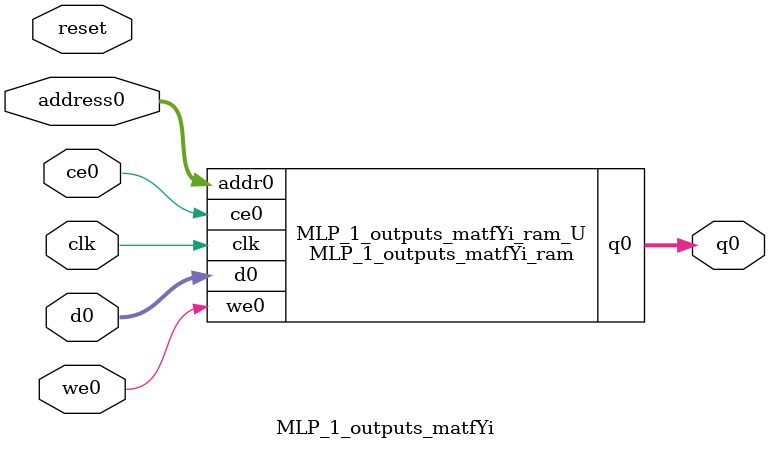
<source format=v>
`timescale 1 ns / 1 ps
module MLP_1_outputs_matfYi_ram (addr0, ce0, d0, we0, q0,  clk);

parameter DWIDTH = 32;
parameter AWIDTH = 14;
parameter MEM_SIZE = 16384;

input[AWIDTH-1:0] addr0;
input ce0;
input[DWIDTH-1:0] d0;
input we0;
output reg[DWIDTH-1:0] q0;
input clk;

(* ram_style = "block" *)reg [DWIDTH-1:0] ram[0:MEM_SIZE-1];




always @(posedge clk)  
begin 
    if (ce0) begin
        if (we0) 
            ram[addr0] <= d0; 
        q0 <= ram[addr0];
    end
end


endmodule

`timescale 1 ns / 1 ps
module MLP_1_outputs_matfYi(
    reset,
    clk,
    address0,
    ce0,
    we0,
    d0,
    q0);

parameter DataWidth = 32'd32;
parameter AddressRange = 32'd16384;
parameter AddressWidth = 32'd14;
input reset;
input clk;
input[AddressWidth - 1:0] address0;
input ce0;
input we0;
input[DataWidth - 1:0] d0;
output[DataWidth - 1:0] q0;



MLP_1_outputs_matfYi_ram MLP_1_outputs_matfYi_ram_U(
    .clk( clk ),
    .addr0( address0 ),
    .ce0( ce0 ),
    .we0( we0 ),
    .d0( d0 ),
    .q0( q0 ));

endmodule


</source>
